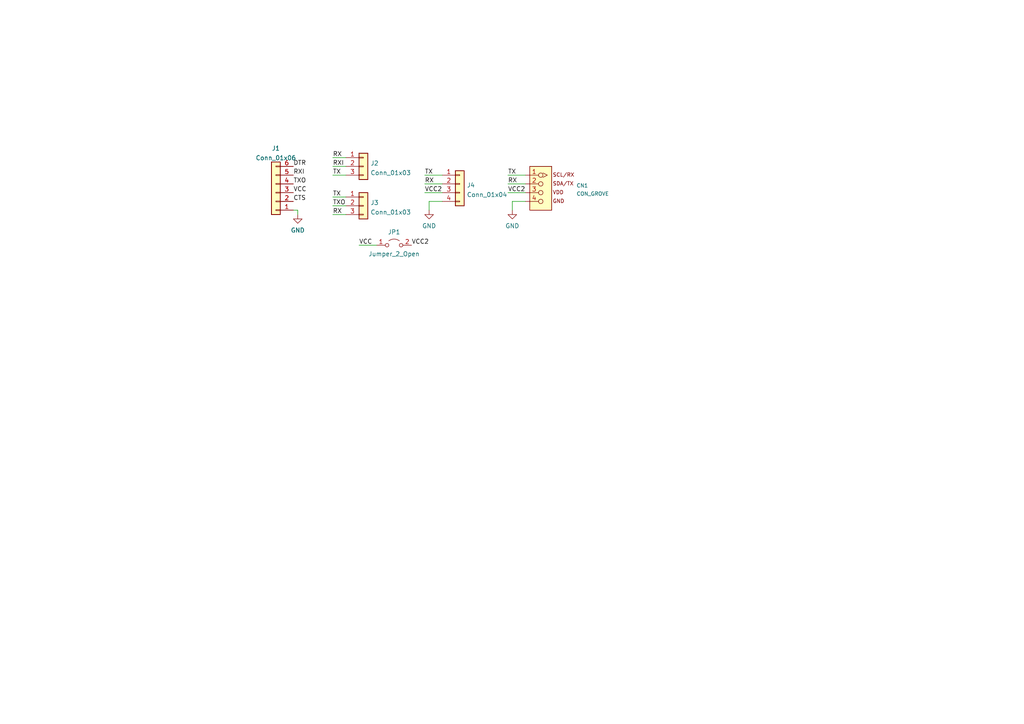
<source format=kicad_sch>
(kicad_sch (version 20211123) (generator eeschema)
  (paper "A4")
  (lib_symbols
    (symbol "Connector_Generic:Conn_01x03" (pin_names (offset 1.016) hide)
      (property "Reference" "J" (at 0 5.08 0))
      (property "Value" "Conn_01x03" (at 0 -5.08 0))
      (symbol "Conn_01x03_1_1"
        (rectangle (start -1.27 -2.413) (end 0 -2.667) (stroke (width 0.1524)))
        (rectangle (start -1.27 0.127) (end 0 -0.127) (stroke (width 0.1524)))
        (rectangle (start -1.27 2.667) (end 0 2.413) (stroke (width 0.1524)))
        (rectangle (start -1.27 3.81) (end 1.27 -3.81) (stroke (width 0.254)) (fill (type background)))
        (pin passive line (at -5.08 2.54 0) (length 3.81) (name "Pin_1") (number "1"))
        (pin passive line (at -5.08 0 0) (length 3.81) (name "Pin_2") (number "2"))
        (pin passive line (at -5.08 -2.54 0) (length 3.81) (name "Pin_3") (number "3"))
      )
    )
    (symbol "Connector_Generic:Conn_01x04" (pin_names (offset 1.016) hide)
      (property "Reference" "J" (at 0 5.08 0))
      (property "Value" "Conn_01x04" (at 0 -7.62 0))
      (symbol "Conn_01x04_1_1"
        (rectangle (start -1.27 -4.953) (end 0 -5.207) (stroke (width 0.1524)))
        (rectangle (start -1.27 -2.413) (end 0 -2.667) (stroke (width 0.1524)))
        (rectangle (start -1.27 0.127) (end 0 -0.127) (stroke (width 0.1524)))
        (rectangle (start -1.27 2.667) (end 0 2.413) (stroke (width 0.1524)))
        (rectangle (start -1.27 3.81) (end 1.27 -6.35) (stroke (width 0.254)) (fill (type background)))
        (pin passive line (at -5.08 2.54 0) (length 3.81) (name "Pin_1") (number "1"))
        (pin passive line (at -5.08 0 0) (length 3.81) (name "Pin_2") (number "2"))
        (pin passive line (at -5.08 -2.54 0) (length 3.81) (name "Pin_3") (number "3"))
        (pin passive line (at -5.08 -5.08 0) (length 3.81) (name "Pin_4") (number "4"))
      )
    )
    (symbol "Connector_Generic:Conn_01x06" (pin_names (offset 1.016) hide)
      (property "Reference" "J" (at 0 7.62 0))
      (property "Value" "Conn_01x06" (at 0 -10.16 0))
      (symbol "Conn_01x06_1_1"
        (rectangle (start -1.27 -7.493) (end 0 -7.747) (stroke (width 0.1524)))
        (rectangle (start -1.27 -4.953) (end 0 -5.207) (stroke (width 0.1524)))
        (rectangle (start -1.27 -2.413) (end 0 -2.667) (stroke (width 0.1524)))
        (rectangle (start -1.27 0.127) (end 0 -0.127) (stroke (width 0.1524)))
        (rectangle (start -1.27 2.667) (end 0 2.413) (stroke (width 0.1524)))
        (rectangle (start -1.27 5.207) (end 0 4.953) (stroke (width 0.1524)))
        (rectangle (start -1.27 6.35) (end 1.27 -8.89) (stroke (width 0.254)) (fill (type background)))
        (pin passive line (at -5.08 5.08 0) (length 3.81) (name "Pin_1") (number "1"))
        (pin passive line (at -5.08 2.54 0) (length 3.81) (name "Pin_2") (number "2"))
        (pin passive line (at -5.08 0 0) (length 3.81) (name "Pin_3") (number "3"))
        (pin passive line (at -5.08 -2.54 0) (length 3.81) (name "Pin_4") (number "4"))
        (pin passive line (at -5.08 -5.08 0) (length 3.81) (name "Pin_5") (number "5"))
        (pin passive line (at -5.08 -7.62 0) (length 3.81) (name "Pin_6") (number "6"))
      )
    )
    (symbol "Jumper:Jumper_2_Open" (pin_names (offset 0) hide)
      (property "Reference" "JP" (at 0 2.794 0))
      (property "Value" "Jumper_2_Open" (at 0 -2.286 0))
      (symbol "Jumper_2_Open_0_0"
        (circle (center -2.032 0) (radius 0.508))
        (circle (center 2.032 0) (radius 0.508))
      )
      (symbol "Jumper_2_Open_0_1"
        (arc (start 1.524 1.27) (mid 0 1.778) (end -1.524 1.27))
      )
      (symbol "Jumper_2_Open_1_1"
        (pin passive line (at -5.08 0 0) (length 2.54) (name "A") (number "1"))
        (pin passive line (at 5.08 0 180) (length 2.54) (name "B") (number "2"))
      )
    )
    (symbol "akita:CON_GROVE" (pin_names (offset 1.016))
      (property "Reference" "CN" (at 0 3.81 0))
      (property "Value" "CON_GROVE" (at 3.81 -5.08 90))
      (symbol "CON_GROVE_1_0"
        (text "GND" (at 5.334 -5.588 0) (effects (font (size 1.0668 1.0668)) (justify left bottom)))
        (text "SCL/RX" (at 5.334 2.032 0) (effects (font (size 1.0668 1.0668)) (justify left bottom)))
        (text "SDA/TX" (at 5.334 -0.508 0) (effects (font (size 1.0668 1.0668)) (justify left bottom)))
        (text "VDD" (at 5.334 -3.048 0) (effects (font (size 1.0668 1.0668)) (justify left bottom)))
        (pin bidirectional inverted_clock (at -2.54 2.54 0) (length 5.08) (name "1") (number "1"))
        (pin bidirectional inverted (at -2.54 0 0) (length 5.08) (name "2") (number "2"))
        (pin bidirectional inverted (at -2.54 -2.54 0) (length 5.08) (name "3") (number "3"))
        (pin bidirectional inverted (at -2.54 -5.08 0) (length 5.08) (name "4") (number "4"))
      )
      (symbol "CON_GROVE_1_1"
        (rectangle (start -1.27 5.08) (end 5.08 -7.62) (stroke (width 0.2032)) (fill (type background)))
      )
    )
    (symbol "power:GND" (power) (pin_names (offset 0))
      (property "Value" "GND" (at 0 -3.81 0))
      (symbol "GND_0_1"
        (polyline (pts (xy 0 0) (xy 0 -1.27) (xy 1.27 -1.27) (xy 0 -2.54) (xy -1.27 -1.27) (xy 0 -1.27)))
      )
      (symbol "GND_1_1"
        (pin power_in line (at 0 0 270) (length 0) hide (name "GND") (number "1"))
      )
    )
  )
  (wire (pts (xy 96.52 57.15) (xy 100.33 57.15)))
  (wire (pts (xy 96.52 62.23) (xy 100.33 62.23)))
  (wire (pts (xy 147.32 55.88) (xy 152.4 55.88)))
  (wire (pts (xy 123.19 55.88) (xy 128.27 55.88)))
  (wire (pts (xy 123.19 53.34) (xy 128.27 53.34)))
  (wire (pts (xy 124.46 58.42) (xy 124.46 60.96)))
  (wire (pts (xy 86.36 60.96) (xy 86.36 62.23)))
  (wire (pts (xy 152.4 58.42) (xy 148.59 58.42)))
  (wire (pts (xy 147.32 50.8) (xy 152.4 50.8)))
  (wire (pts (xy 147.32 53.34) (xy 152.4 53.34)))
  (wire (pts (xy 123.19 50.8) (xy 128.27 50.8)))
  (wire (pts (xy 96.52 48.26) (xy 100.33 48.26)))
  (wire (pts (xy 96.52 45.72) (xy 100.33 45.72)))
  (wire (pts (xy 96.52 50.8) (xy 100.33 50.8)))
  (wire (pts (xy 96.52 59.69) (xy 100.33 59.69)))
  (wire (pts (xy 104.14 71.12) (xy 109.22 71.12)))
  (wire (pts (xy 148.59 58.42) (xy 148.59 60.96)))
  (wire (pts (xy 128.27 58.42) (xy 124.46 58.42)))
  (wire (pts (xy 85.09 60.96) (xy 86.36 60.96)))
  (label "TXO" (at 85.09 53.34 0))
  (label "TX" (at 123.19 50.8 0))
  (label "TXO" (at 96.52 59.69 0))
  (label "RX" (at 123.19 53.34 0))
  (label "TX" (at 96.52 50.8 0))
  (label "VCC2" (at 147.32 55.88 0))
  (label "RX" (at 96.52 45.72 0))
  (label "RX" (at 147.32 53.34 0))
  (label "RXI" (at 96.52 48.26 0))
  (label "VCC" (at 85.09 55.88 0))
  (label "VCC" (at 104.14 71.12 0))
  (label "TX" (at 96.52 57.15 0))
  (label "RX" (at 96.52 62.23 0))
  (label "VCC2" (at 123.19 55.88 0))
  (label "VCC2" (at 119.38 71.12 0))
  (label "RXI" (at 85.09 50.8 0))
  (label "TX" (at 147.32 50.8 0))
  (label "DTR" (at 85.09 48.26 0))
  (label "CTS" (at 85.09 58.42 0))
  (symbol (lib_id "Connector_Generic:Conn_01x03") (at 105.41 59.69 0) (unit 1)
    (property "Reference" "J3" (at 107.442 58.7815 0) (effects (justify left)))
    (property "Value" "Conn_01x03" (at 107.442 61.5566 0) (effects (justify left)))
    (property "Footprint" "Connector_PinSocket_2.54mm:PinSocket_1x03_P2.54mm_Vertical" (effects hide))
  )
  (symbol (lib_id "Connector_Generic:Conn_01x06") (at 80.01 55.88 180) (unit 1)
    (property "Reference" "J1" (at 80.01 43.0235 0))
    (property "Value" "Conn_01x06" (at 80.01 45.7986 0))
    (property "Footprint" "Connector_PinHeader_2.54mm:PinHeader_1x06_P2.54mm_Horizontal" (effects hide))
  )
  (symbol (lib_id "Connector_Generic:Conn_01x04") (at 133.35 53.34 0) (unit 1)
    (property "Reference" "J4" (at 135.382 53.7015 0) (effects (justify left)))
    (property "Value" "Conn_01x04" (at 135.382 56.4766 0) (effects (justify left)))
    (property "Footprint" "Connector_PinSocket_2.54mm:PinSocket_1x04_P2.54mm_Vertical" (effects hide))
  )
  (symbol (lib_id "power:GND") (at 86.36 62.23 0) (unit 1)
    (property "Reference" "#PWR01" (effects hide))
    (property "Value" "GND" (at 86.36 66.7925 0))
  )
  (symbol (lib_id "akita:CON_GROVE") (at 154.94 53.34 0) (unit 1)
    (property "Reference" "CN1" (at 167.1892 53.8265 0) (effects (font (size 1.0668 1.0668)) (justify left)))
    (property "Value" "CON_GROVE" (at 167.1892 56.1982 0) (effects (font (size 1.0668 1.0668)) (justify left)))
    (property "Footprint" "akita:CON_GROVE_H" (effects hide))
  )
  (symbol (lib_id "power:GND") (at 148.59 60.96 0) (unit 1)
    (property "Reference" "#PWR03" (effects hide))
    (property "Value" "GND" (at 148.59 65.5225 0))
  )
  (symbol (lib_id "Jumper:Jumper_2_Open") (at 114.3 71.12 0) (unit 1)
    (property "Reference" "JP1" (at 114.3 67.31 0))
    (property "Value" "Jumper_2_Open" (at 114.3 73.66 0))
    (property "Footprint" "Jumper:SolderJumper-2_P1.3mm_Open_Pad1.0x1.5mm" (effects hide))
  )
  (symbol (lib_id "Connector_Generic:Conn_01x03") (at 105.41 48.26 0) (unit 1)
    (property "Reference" "J2" (at 107.442 47.3515 0) (effects (justify left)))
    (property "Value" "Conn_01x03" (at 107.442 50.1266 0) (effects (justify left)))
    (property "Footprint" "Connector_PinSocket_2.54mm:PinSocket_1x03_P2.54mm_Vertical" (effects hide))
  )
  (symbol (lib_id "power:GND") (at 124.46 60.96 0) (unit 1)
    (property "Reference" "#PWR02" (effects hide))
    (property "Value" "GND" (at 124.46 65.5225 0))
  )
)
</source>
